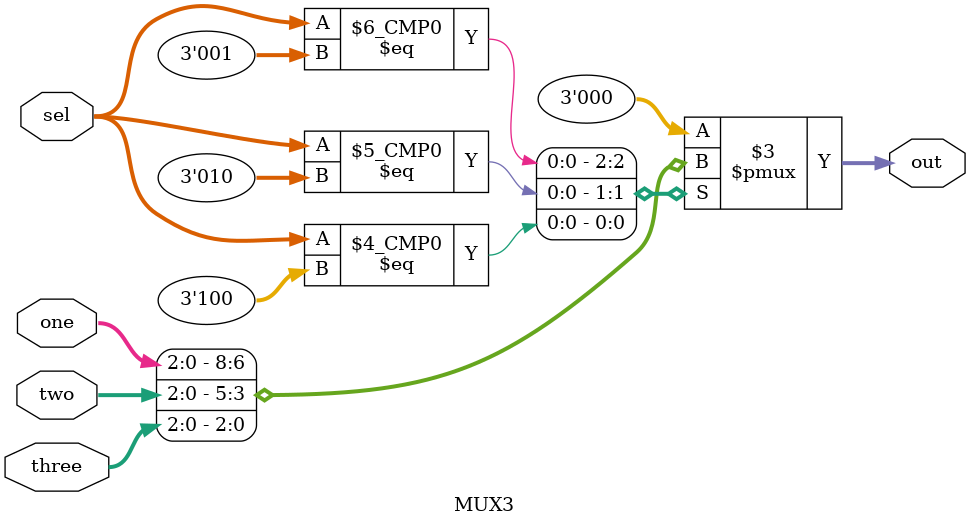
<source format=v>
module instructionDec(in, nsel, opcode, op, ALUop, sximm5, sximm8, shift, rnum, wnum);
    input[15:0] in;
    input[2:0] nsel;
    output[2:0] opcode, rnum, wnum;
    output[1:0] op, ALUop, shift;
    output[15:0] sximm5, sximm8;

    wire[2:0] rn, rd, rm, rwnum;

    assign opcode = in[15:13];
    assign op     = in[12:11];
    assign ALUop  = in[12:11];
    assign shift  = in[4:3];
    assign rn     = in[10:8];
    assign rd     = in[7:5];
    assign rm     = in[2:0];

    //sign extend
    assign sximm5 = {{11{in[4]}}, in[4:0]};     //this is supposed to be replication operator not sure if implmented correctly
    assign sximm8 = {{8{in[7]}}, in[7:0]};

    MUX3 readwriteMux(rn, rd, rm, rwnum);

    assign rnum   = rwnum;
    assign wnum   = rwnum;
endmodule

module MUX3(one, two, three, sel, out);
    input[2:0] one, two, three, sel;
    output reg[2:0] out;

    always@(sel)begin
        case(sel)
            3'b001: out = one;
            3'b010: out = two;
            3'b100: out = three;
            default: out = 3'b000;
        endcase
    end
endmodule
</source>
